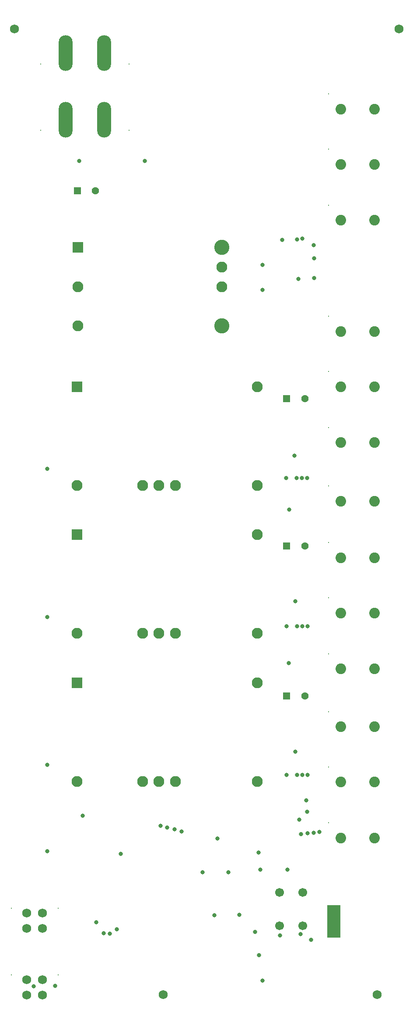
<source format=gbs>
%FSTAX23Y23*%
%MOIN*%
%SFA1B1*%

%IPPOS*%
%ADD42R,0.100000X0.250000*%
%ADD64C,0.008000*%
%ADD65O,0.107000X0.271000*%
%ADD66C,0.068000*%
%ADD67C,0.082800*%
%ADD68R,0.082800X0.082800*%
%ADD69C,0.056420*%
%ADD70R,0.056420X0.056420*%
%ADD71C,0.080830*%
%ADD72R,0.046000X0.046000*%
%ADD73C,0.046000*%
%ADD74C,0.066980*%
%ADD75R,0.083240X0.083240*%
%ADD76C,0.083240*%
%ADD77C,0.115720*%
%ADD78C,0.033000*%
%LNchassispowerdistribution_b_1.0_rw-1*%
%LPD*%
G54D42*
X0252Y007D03*
G54D64*
X00959Y07218D03*
X00287D03*
X0248Y06989D03*
Y06569D03*
Y06145D03*
Y05299D03*
Y04879D03*
Y04455D03*
Y04009D03*
Y03579D03*
Y03159D03*
Y02735D03*
Y02294D03*
Y01874D03*
Y0145D03*
X00958Y06713D03*
X00286D03*
X00418Y00295D03*
X00063D03*
X00418Y00802D03*
X00063D03*
G54D65*
X00476Y073D03*
X0077D03*
X00475Y06795D03*
X00769D03*
G54D66*
X00085Y07485D03*
X0122Y00145D03*
X0285D03*
X03015Y07485D03*
X003Y00258D03*
Y0014D03*
X00181Y00258D03*
Y0014D03*
X003Y00765D03*
Y00646D03*
X00181Y00765D03*
Y00646D03*
G54D67*
X01937Y0364D03*
Y0289D03*
X01312D03*
X01187D03*
X01062D03*
X00562D03*
X01937Y02515D03*
Y01765D03*
X01312D03*
X01187D03*
X01062D03*
X00562D03*
Y04015D03*
X01062D03*
X01187D03*
X01312D03*
X01937D03*
Y04765D03*
G54D68*
X00562Y0364D03*
Y02515D03*
Y04765D03*
G54D69*
X02298Y04675D03*
Y02415D03*
Y03555D03*
X00703Y06255D03*
G54D70*
X02161Y04675D03*
Y02415D03*
Y03555D03*
X00566Y06255D03*
G54D71*
X02828Y06875D03*
X02572D03*
X02828Y06455D03*
X02572D03*
X02828Y0603D03*
X02572D03*
X02828Y05185D03*
X02572D03*
X02828Y04765D03*
X02572D03*
X02828Y0434D03*
X02572D03*
X02828Y03895D03*
X02572D03*
X02828Y03465D03*
X02572D03*
X02828Y03045D03*
X02572D03*
X02828Y0262D03*
X02572D03*
X02828Y0218D03*
X02572D03*
X02828Y0176D03*
X02572D03*
X02828Y01335D03*
X02572D03*
G54D72*
X02545Y006D03*
G54D73*
X02495Y006D03*
X02545Y0065D03*
X02495D03*
X02545Y007D03*
X02495D03*
X02545Y0075D03*
X02495D03*
X02545Y008D03*
X02495D03*
G54D74*
X02106Y00667D03*
Y00922D03*
X02283Y00667D03*
Y00922D03*
G54D75*
X00568Y05825D03*
G54D76*
X00568Y05525D03*
Y05226D03*
X01666Y05525D03*
Y05675D03*
G54D77*
X01666Y05226D03*
Y05825D03*
G54D78*
X018Y0075D03*
X0231Y0162D03*
X01715Y01075D03*
X01975Y0025D03*
X0211Y00595D03*
X02315Y01535D03*
X02255Y01475D03*
X02175Y02665D03*
X0218Y0383D03*
X00395Y0021D03*
X00232Y00207D03*
X012Y01428D03*
X0125Y01415D03*
X01305Y014D03*
X0136Y01385D03*
X00605Y01505D03*
X00335Y01235D03*
X01632Y01332D03*
X00813Y00608D03*
X00865Y0064D03*
X00765Y0061D03*
X0071Y00695D03*
X00895Y01215D03*
X02225Y0199D03*
X0232Y01815D03*
X0228D03*
X0216D03*
X0224D03*
X02225Y03135D03*
X0232Y02945D03*
X0228D03*
X0216D03*
X0224D03*
X02315Y0407D03*
X02275D03*
X02155D03*
X02235D03*
X0222Y0424D03*
X02125Y0588D03*
X0224Y05885D03*
X0228Y0589D03*
X00335Y0189D03*
Y03015D03*
Y0414D03*
X01975Y055D03*
Y0569D03*
X0225Y05585D03*
X0237Y0574D03*
Y0559D03*
X02365Y0584D03*
X0058Y0648D03*
X0108D03*
X01608Y00746D03*
X0196Y01095D03*
X0227Y01365D03*
X0232Y0137D03*
X0241Y0138D03*
X02365Y01375D03*
X02265Y00605D03*
X0192Y0062D03*
X0195Y00445D03*
X0152Y01075D03*
X02165Y01095D03*
X01945Y01225D03*
X02347Y00562D03*
M02*
</source>
